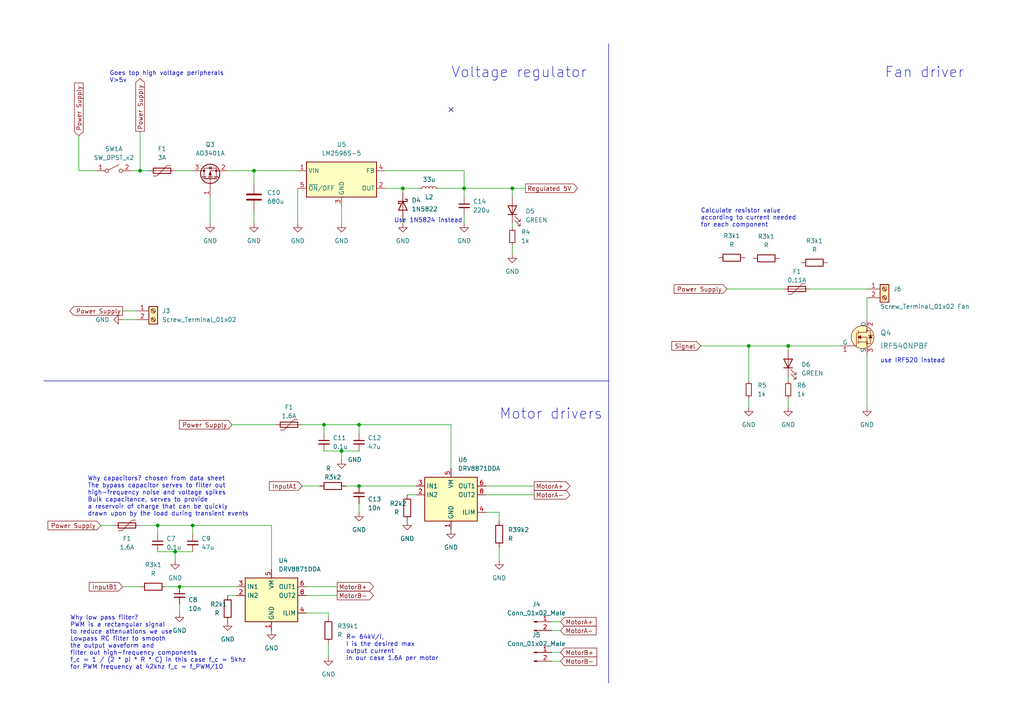
<source format=kicad_sch>
(kicad_sch (version 20230121) (generator eeschema)
  (paper "A4")
  (lib_symbols
    (symbol "Connector:Conn_01x02_Male" (pin_names (offset 1.016) hide)
      (property "Reference" "J" (at 0 2.54 0))
      (property "Value" "Conn_01x02_Male" (at 0 -5.08 0))
      (symbol "Conn_01x02_Male_1_1"
        (polyline (pts (xy 1.27 -2.54) (xy 0.8636 -2.54)) (stroke (width 0.1524)))
        (polyline (pts (xy 1.27 0) (xy 0.8636 0)) (stroke (width 0.1524)))
        (rectangle (start 0.8636 -2.413) (end 0 -2.667) (stroke (width 0.1524)) (fill (type outline)))
        (rectangle (start 0.8636 0.127) (end 0 -0.127) (stroke (width 0.1524)) (fill (type outline)))
        (pin passive line (at 5.08 0 180) (length 3.81) (name "Pin_1") (number "1"))
        (pin passive line (at 5.08 -2.54 180) (length 3.81) (name "Pin_2") (number "2"))
      )
    )
    (symbol "Connector:Screw_Terminal_01x02" (pin_names (offset 1.016) hide)
      (property "Reference" "J" (at 0 2.54 0))
      (property "Value" "Screw_Terminal_01x02" (at 0 -5.08 0))
      (symbol "Screw_Terminal_01x02_1_1"
        (rectangle (start -1.27 1.27) (end 1.27 -3.81) (stroke (width 0.254)) (fill (type background)))
        (circle (center 0 -2.54) (radius 0.635) (stroke (width 0.1524)))
        (polyline (pts (xy -0.5334 -2.2098) (xy 0.3302 -3.048)) (stroke (width 0.1524)))
        (polyline (pts (xy -0.5334 0.3302) (xy 0.3302 -0.508)) (stroke (width 0.1524)))
        (polyline (pts (xy -0.3556 -2.032) (xy 0.508 -2.8702)) (stroke (width 0.1524)))
        (polyline (pts (xy -0.3556 0.508) (xy 0.508 -0.3302)) (stroke (width 0.1524)))
        (circle (center 0 0) (radius 0.635) (stroke (width 0.1524)))
        (pin passive line (at -5.08 0 0) (length 3.81) (name "Pin_1") (number "1"))
        (pin passive line (at -5.08 -2.54 0) (length 3.81) (name "Pin_2") (number "2"))
      )
    )
    (symbol "Device:C" (pin_numbers hide) (pin_names (offset 0.254))
      (property "Reference" "C" (at 0.635 2.54 0))
      (property "Value" "C" (at 0.635 -2.54 0))
      (symbol "C_0_1"
        (polyline (pts (xy -2.032 -0.762) (xy 2.032 -0.762)) (stroke (width 0.508)))
        (polyline (pts (xy -2.032 0.762) (xy 2.032 0.762)) (stroke (width 0.508)))
      )
      (symbol "C_1_1"
        (pin passive line (at 0 3.81 270) (length 2.794) (name "~") (number "1"))
        (pin passive line (at 0 -3.81 90) (length 2.794) (name "~") (number "2"))
      )
    )
    (symbol "Device:C_Small" (pin_numbers hide) (pin_names (offset 0.254) hide)
      (property "Reference" "C" (at 0.254 1.778 0))
      (property "Value" "C_Small" (at 0.254 -2.032 0))
      (symbol "C_Small_0_1"
        (polyline (pts (xy -1.524 -0.508) (xy 1.524 -0.508)) (stroke (width 0.3302)))
        (polyline (pts (xy -1.524 0.508) (xy 1.524 0.508)) (stroke (width 0.3048)))
      )
      (symbol "C_Small_1_1"
        (pin passive line (at 0 2.54 270) (length 2.032) (name "~") (number "1"))
        (pin passive line (at 0 -2.54 90) (length 2.032) (name "~") (number "2"))
      )
    )
    (symbol "Device:LED" (pin_numbers hide) (pin_names (offset 1.016) hide)
      (property "Reference" "D" (at 0 2.54 0))
      (property "Value" "LED" (at 0 -2.54 0))
      (symbol "LED_0_1"
        (polyline (pts (xy -1.27 -1.27) (xy -1.27 1.27)) (stroke (width 0.254)))
        (polyline (pts (xy -1.27 0) (xy 1.27 0)))
        (polyline (pts (xy 1.27 -1.27) (xy 1.27 1.27) (xy -1.27 0) (xy 1.27 -1.27)) (stroke (width 0.254)))
        (polyline (pts (xy -3.048 -0.762) (xy -4.572 -2.286) (xy -3.81 -2.286) (xy -4.572 -2.286) (xy -4.572 -1.524)))
        (polyline (pts (xy -1.778 -0.762) (xy -3.302 -2.286) (xy -2.54 -2.286) (xy -3.302 -2.286) (xy -3.302 -1.524)))
      )
      (symbol "LED_1_1"
        (pin passive line (at -3.81 0 0) (length 2.54) (name "K") (number "1"))
        (pin passive line (at 3.81 0 180) (length 2.54) (name "A") (number "2"))
      )
    )
    (symbol "Device:L_Small" (pin_numbers hide) (pin_names (offset 0.254) hide)
      (property "Reference" "L" (at 0.762 1.016 0))
      (property "Value" "L_Small" (at 0.762 -1.016 0))
      (symbol "L_Small_0_1"
        (arc (start 0 -2.032) (mid 0.5058 -1.524) (end 0 -1.016))
        (arc (start 0 -1.016) (mid 0.5058 -0.508) (end 0 0))
        (arc (start 0 0) (mid 0.5058 0.508) (end 0 1.016))
        (arc (start 0 1.016) (mid 0.5058 1.524) (end 0 2.032))
      )
      (symbol "L_Small_1_1"
        (pin passive line (at 0 2.54 270) (length 0.508) (name "~") (number "1"))
        (pin passive line (at 0 -2.54 90) (length 0.508) (name "~") (number "2"))
      )
    )
    (symbol "Device:Polyfuse" (pin_numbers hide) (pin_names (offset 0))
      (property "Reference" "F" (at -2.54 0 90))
      (property "Value" "Polyfuse" (at 2.54 0 90))
      (symbol "Polyfuse_0_1"
        (rectangle (start -0.762 2.54) (end 0.762 -2.54) (stroke (width 0.254)))
        (polyline (pts (xy 0 2.54) (xy 0 -2.54)))
        (polyline (pts (xy -1.524 2.54) (xy -1.524 1.524) (xy 1.524 -1.524) (xy 1.524 -2.54)))
      )
      (symbol "Polyfuse_1_1"
        (pin passive line (at 0 3.81 270) (length 1.27) (name "~") (number "1"))
        (pin passive line (at 0 -3.81 90) (length 1.27) (name "~") (number "2"))
      )
    )
    (symbol "Device:R" (pin_numbers hide) (pin_names (offset 0))
      (property "Reference" "R" (at 2.032 0 90))
      (property "Value" "R" (at 0 0 90))
      (symbol "R_0_1"
        (rectangle (start -1.016 -2.54) (end 1.016 2.54) (stroke (width 0.254)))
      )
      (symbol "R_1_1"
        (pin passive line (at 0 3.81 270) (length 1.27) (name "~") (number "1"))
        (pin passive line (at 0 -3.81 90) (length 1.27) (name "~") (number "2"))
      )
    )
    (symbol "Device:R_Small" (pin_numbers hide) (pin_names (offset 0.254) hide)
      (property "Reference" "R" (at 0.762 0.508 0))
      (property "Value" "R_Small" (at 0.762 -1.016 0))
      (symbol "R_Small_0_1"
        (rectangle (start -0.762 1.778) (end 0.762 -1.778) (stroke (width 0.2032)))
      )
      (symbol "R_Small_1_1"
        (pin passive line (at 0 2.54 270) (length 0.762) (name "~") (number "1"))
        (pin passive line (at 0 -2.54 90) (length 0.762) (name "~") (number "2"))
      )
    )
    (symbol "Diode:1N5822" (pin_numbers hide) (pin_names (offset 1.016) hide)
      (property "Reference" "D" (at 0 2.54 0))
      (property "Value" "1N5822" (at 0 -2.54 0))
      (symbol "1N5822_0_1"
        (polyline (pts (xy 1.27 0) (xy -1.27 0)))
        (polyline (pts (xy 1.27 1.27) (xy 1.27 -1.27) (xy -1.27 0) (xy 1.27 1.27)) (stroke (width 0.254)))
        (polyline (pts (xy -1.905 0.635) (xy -1.905 1.27) (xy -1.27 1.27) (xy -1.27 -1.27) (xy -0.635 -1.27) (xy -0.635 -0.635)) (stroke (width 0.254)))
      )
      (symbol "1N5822_1_1"
        (pin passive line (at -3.81 0 0) (length 2.54) (name "K") (number "1"))
        (pin passive line (at 3.81 0 180) (length 2.54) (name "A") (number "2"))
      )
    )
    (symbol "Driver_Motor:DRV8871DDA"
      (property "Reference" "U" (at -6.35 6.35 0))
      (property "Value" "DRV8871DDA" (at 8.89 6.35 0))
      (symbol "DRV8871DDA_0_1"
        (rectangle (start -7.62 5.08) (end 7.62 -7.62) (stroke (width 0.254)) (fill (type background)))
      )
      (symbol "DRV8871DDA_1_1"
        (pin power_in line (at 0 -10.16 90) (length 2.54) (name "GND") (number "1"))
        (pin input line (at -10.16 0 0) (length 2.54) (name "IN2") (number "2"))
        (pin input line (at -10.16 2.54 0) (length 2.54) (name "IN1") (number "3"))
        (pin passive line (at 10.16 -5.08 180) (length 2.54) (name "ILIM") (number "4"))
        (pin power_in line (at 0 7.62 270) (length 2.54) (name "VM") (number "5"))
        (pin output line (at 10.16 2.54 180) (length 2.54) (name "OUT1") (number "6"))
        (pin passive line (at 0 -10.16 90) (length 2.54) hide (name "GND") (number "7"))
        (pin output line (at 10.16 0 180) (length 2.54) (name "OUT2") (number "8"))
        (pin passive line (at 0 -10.16 90) (length 2.54) hide (name "GND") (number "9"))
      )
    )
    (symbol "Regulator_Switching:LM2596S-5"
      (property "Reference" "U" (at -10.16 6.35 0))
      (property "Value" "LM2596S-5" (at 0 6.35 0))
      (symbol "LM2596S-5_0_1"
        (rectangle (start -10.16 5.08) (end 10.16 -5.08) (stroke (width 0.254)) (fill (type background)))
      )
      (symbol "LM2596S-5_1_1"
        (pin power_in line (at -12.7 2.54 0) (length 2.54) (name "VIN") (number "1"))
        (pin output line (at 12.7 -2.54 180) (length 2.54) (name "OUT") (number "2"))
        (pin power_in line (at 0 -7.62 90) (length 2.54) (name "GND") (number "3"))
        (pin input line (at 12.7 2.54 180) (length 2.54) (name "FB") (number "4"))
        (pin input line (at -12.7 -2.54 0) (length 2.54) (name "~{ON}/OFF") (number "5"))
      )
    )
    (symbol "Switch:SW_DPST_x2" (pin_names (offset 0) hide)
      (property "Reference" "SW" (at 0 3.175 0))
      (property "Value" "SW_DPST_x2" (at 0 -2.54 0))
      (symbol "SW_DPST_x2_0_0"
        (circle (center -2.032 0) (radius 0.508))
        (polyline (pts (xy -1.524 0.254) (xy 1.524 1.778)))
        (circle (center 2.032 0) (radius 0.508))
      )
      (symbol "SW_DPST_x2_1_1"
        (pin passive line (at -5.08 0 0) (length 2.54) (name "A") (number "1"))
        (pin passive line (at 5.08 0 180) (length 2.54) (name "B") (number "2"))
      )
      (symbol "SW_DPST_x2_2_1"
        (pin passive line (at -5.08 0 0) (length 2.54) (name "A") (number "3"))
        (pin passive line (at 5.08 0 180) (length 2.54) (name "B") (number "4"))
      )
    )
    (symbol "Transistor_FET:AO3401A" (pin_names hide)
      (property "Reference" "Q" (at 5.08 1.905 0))
      (property "Value" "AO3401A" (at 5.08 0 0))
      (symbol "AO3401A_0_1"
        (polyline (pts (xy 0.254 0) (xy -2.54 0)))
        (polyline (pts (xy 0.254 1.905) (xy 0.254 -1.905)) (stroke (width 0.254)))
        (polyline (pts (xy 0.762 -1.27) (xy 0.762 -2.286)) (stroke (width 0.254)))
        (polyline (pts (xy 0.762 0.508) (xy 0.762 -0.508)) (stroke (width 0.254)))
        (polyline (pts (xy 0.762 2.286) (xy 0.762 1.27)) (stroke (width 0.254)))
        (polyline (pts (xy 2.54 2.54) (xy 2.54 1.778)))
        (polyline (pts (xy 2.54 -2.54) (xy 2.54 0) (xy 0.762 0)))
        (polyline (pts (xy 0.762 1.778) (xy 3.302 1.778) (xy 3.302 -1.778) (xy 0.762 -1.778)))
        (polyline (pts (xy 2.286 0) (xy 1.27 0.381) (xy 1.27 -0.381) (xy 2.286 0)) (fill (type outline)))
        (polyline (pts (xy 2.794 -0.508) (xy 2.921 -0.381) (xy 3.683 -0.381) (xy 3.81 -0.254)))
        (polyline (pts (xy 3.302 -0.381) (xy 2.921 0.254) (xy 3.683 0.254) (xy 3.302 -0.381)))
        (circle (center 1.651 0) (radius 2.794) (stroke (width 0.254)))
        (circle (center 2.54 -1.778) (radius 0.254) (fill (type outline)))
        (circle (center 2.54 1.778) (radius 0.254) (fill (type outline)))
      )
      (symbol "AO3401A_1_1"
        (pin input line (at -5.08 0 0) (length 2.54) (name "G") (number "1"))
        (pin passive line (at 2.54 -5.08 90) (length 2.54) (name "S") (number "2"))
        (pin passive line (at 2.54 5.08 270) (length 2.54) (name "D") (number "3"))
      )
    )
    (symbol "dk_Transistors-FETs-MOSFETs-Single:IRF540NPBF" (pin_names (offset 0))
      (property "Reference" "Q" (at -2.6924 3.6322 0))
      (property "Value" "IRF540NPBF" (at 3.4544 0 90))
      (symbol "IRF540NPBF_0_1"
        (circle (center -1.27 0) (radius 3.302) (fill (type background)))
        (circle (center 0 -1.905) (radius 0.127))
        (circle (center 0 -1.397) (radius 0.127))
        (polyline (pts (xy 0 -1.397) (xy -2.54 -1.397)))
        (polyline (pts (xy 0.508 0.508) (xy 0.3556 0.3556)))
        (polyline (pts (xy 1.524 0.508) (xy 1.7272 0.6604)))
        (polyline (pts (xy -5.08 -2.54) (xy -3.048 -2.54) (xy -3.048 1.397)))
        (polyline (pts (xy 0 -2.54) (xy 0 0) (xy -2.54 0)))
        (polyline (pts (xy 0 2.54) (xy 0 1.397) (xy -2.54 1.397)))
        (polyline (pts (xy -0.127 -1.905) (xy 1.016 -1.905) (xy 1.016 1.397) (xy 1.016 1.905) (xy -0.127 1.905)))
        (circle (center 0 1.905) (radius 0.127))
      )
      (symbol "IRF540NPBF_1_1"
        (polyline (pts (xy -2.54 -1.397) (xy -2.54 -1.905)))
        (polyline (pts (xy -2.54 -1.397) (xy -2.54 -0.889)))
        (polyline (pts (xy -2.54 0) (xy -2.54 -0.508)))
        (polyline (pts (xy -2.54 0) (xy -2.54 0.508)))
        (polyline (pts (xy -2.54 1.905) (xy -2.54 0.889)))
        (polyline (pts (xy 1.524 0.508) (xy 0.508 0.508)))
        (polyline (pts (xy -2.54 0) (xy -1.778 0.508) (xy -1.778 -0.508) (xy -2.54 0)) (fill (type outline)))
        (polyline (pts (xy 1.016 0.508) (xy 0.508 -0.254) (xy 1.524 -0.254) (xy 1.016 0.508)) (fill (type outline)))
        (pin bidirectional line (at -7.62 -2.54 0) (length 2.54) (name "G") (number "1"))
        (pin bidirectional line (at 0 5.08 270) (length 2.54) (name "D") (number "2"))
        (pin bidirectional line (at 0 -5.08 90) (length 2.54) (name "S") (number "3"))
      )
    )
    (symbol "power:GND" (power) (pin_names (offset 0))
      (property "Value" "GND" (at 0 -3.81 0))
      (symbol "GND_0_1"
        (polyline (pts (xy 0 0) (xy 0 -1.27) (xy 1.27 -1.27) (xy 0 -2.54) (xy -1.27 -1.27) (xy 0 -1.27)))
      )
      (symbol "GND_1_1"
        (pin power_in line (at 0 0 270) (length 0) hide (name "GND") (number "1"))
      )
    )
  )
  (junction (at 116.84 54.61))
  (junction (at 40.64 49.53))
  (junction (at 148.59 54.61))
  (junction (at 55.88 152.4))
  (junction (at 228.6 100.33))
  (junction (at 93.98 123.19))
  (junction (at 73.66 49.53))
  (junction (at 45.72 152.4))
  (junction (at 104.14 140.97))
  (junction (at 217.17 100.33))
  (junction (at 50.8 160.02))
  (junction (at 134.62 54.61))
  (junction (at 52.07 170.18))
  (junction (at 104.14 123.19))
  (junction (at 99.06 130.81))
  (no_connect (at 130.81 31.75))
  (wire (pts (xy 148.59 64.77) (xy 148.59 66.04)))
  (wire (pts (xy 22.86 49.53) (xy 22.86 39.37)))
  (wire (pts (xy 104.14 146.05) (xy 104.14 148.59)))
  (wire (pts (xy 228.6 115.57) (xy 228.6 118.11)))
  (wire (pts (xy 35.56 90.17) (xy 39.37 90.17)))
  (wire (pts (xy 104.14 123.19) (xy 93.98 123.19)))
  (wire (pts (xy 144.78 148.59) (xy 144.78 151.13)))
  (wire (pts (xy 148.59 71.12) (xy 148.59 73.66)))
  (wire (pts (xy 234.95 83.82) (xy 251.46 83.82)))
  (wire (pts (xy 35.56 170.18) (xy 40.64 170.18)))
  (wire (pts (xy 73.66 60.96) (xy 73.66 64.77)))
  (wire (pts (xy 228.6 100.33) (xy 217.17 100.33)))
  (wire (pts (xy 50.8 49.53) (xy 55.88 49.53)))
  (wire (pts (xy 99.06 130.81) (xy 99.06 133.35)))
  (wire (pts (xy 243.84 100.33) (xy 228.6 100.33)))
  (wire (pts (xy 93.98 123.19) (xy 93.98 125.73)))
  (wire (pts (xy 48.26 170.18) (xy 52.07 170.18)))
  (wire (pts (xy 251.46 102.87) (xy 251.46 118.11)))
  (wire (pts (xy 67.31 123.19) (xy 80.01 123.19)))
  (wire (pts (xy 50.8 160.02) (xy 50.8 162.56)))
  (wire (pts (xy 45.72 152.4) (xy 45.72 154.94)))
  (wire (pts (xy 251.46 86.36) (xy 251.46 92.71)))
  (wire (pts (xy 40.64 49.53) (xy 43.18 49.53)))
  (wire (pts (xy 140.97 148.59) (xy 144.78 148.59)))
  (wire (pts (xy 88.9 172.72) (xy 97.79 172.72)))
  (wire (pts (xy 73.66 49.53) (xy 86.36 49.53)))
  (wire (pts (xy 35.56 92.71) (xy 39.37 92.71)))
  (wire (pts (xy 148.59 54.61) (xy 148.59 57.15)))
  (wire (pts (xy 78.74 152.4) (xy 78.74 165.1)))
  (wire (pts (xy 95.25 186.69) (xy 95.25 190.5)))
  (wire (pts (xy 66.04 172.72) (xy 68.58 172.72)))
  (wire (pts (xy 99.06 59.69) (xy 99.06 64.77)))
  (wire (pts (xy 66.04 49.53) (xy 73.66 49.53)))
  (polyline (pts (xy 12.7 110.49) (xy 176.53 110.49)))
  (wire (pts (xy 130.81 123.19) (xy 130.81 135.89)))
  (wire (pts (xy 116.84 54.61) (xy 116.84 55.88)))
  (wire (pts (xy 40.64 152.4) (xy 45.72 152.4)))
  (wire (pts (xy 52.07 170.18) (xy 68.58 170.18)))
  (wire (pts (xy 29.21 152.4) (xy 33.02 152.4)))
  (wire (pts (xy 203.2 100.33) (xy 217.17 100.33)))
  (wire (pts (xy 140.97 143.51) (xy 154.94 143.51)))
  (wire (pts (xy 60.96 57.15) (xy 60.96 64.77)))
  (wire (pts (xy 134.62 57.15) (xy 134.62 54.61)))
  (wire (pts (xy 55.88 152.4) (xy 78.74 152.4)))
  (wire (pts (xy 52.07 175.26) (xy 52.07 177.8)))
  (wire (pts (xy 127 54.61) (xy 134.62 54.61)))
  (wire (pts (xy 144.78 158.75) (xy 144.78 162.56)))
  (wire (pts (xy 95.25 177.8) (xy 95.25 179.07)))
  (wire (pts (xy 134.62 54.61) (xy 148.59 54.61)))
  (wire (pts (xy 50.8 160.02) (xy 55.88 160.02)))
  (wire (pts (xy 104.14 123.19) (xy 130.81 123.19)))
  (wire (pts (xy 88.9 177.8) (xy 95.25 177.8)))
  (wire (pts (xy 228.6 109.22) (xy 228.6 110.49)))
  (wire (pts (xy 104.14 125.73) (xy 104.14 123.19)))
  (wire (pts (xy 134.62 49.53) (xy 134.62 54.61)))
  (wire (pts (xy 93.98 130.81) (xy 99.06 130.81)))
  (wire (pts (xy 111.76 49.53) (xy 134.62 49.53)))
  (wire (pts (xy 100.33 140.97) (xy 104.14 140.97)))
  (wire (pts (xy 160.02 189.23) (xy 162.56 189.23)))
  (wire (pts (xy 87.63 140.97) (xy 92.71 140.97)))
  (wire (pts (xy 160.02 191.77) (xy 162.56 191.77)))
  (wire (pts (xy 116.84 63.5) (xy 116.84 64.77)))
  (wire (pts (xy 55.88 154.94) (xy 55.88 152.4)))
  (wire (pts (xy 86.36 54.61) (xy 86.36 64.77)))
  (wire (pts (xy 99.06 130.81) (xy 104.14 130.81)))
  (wire (pts (xy 116.84 54.61) (xy 111.76 54.61)))
  (wire (pts (xy 22.86 49.53) (xy 27.94 49.53)))
  (wire (pts (xy 118.11 143.51) (xy 120.65 143.51)))
  (wire (pts (xy 88.9 170.18) (xy 97.79 170.18)))
  (wire (pts (xy 217.17 115.57) (xy 217.17 118.11)))
  (wire (pts (xy 148.59 54.61) (xy 152.4 54.61)))
  (wire (pts (xy 45.72 160.02) (xy 50.8 160.02)))
  (wire (pts (xy 40.64 38.1) (xy 40.64 49.53)))
  (wire (pts (xy 73.66 49.53) (xy 73.66 53.34)))
  (wire (pts (xy 104.14 140.97) (xy 120.65 140.97)))
  (wire (pts (xy 140.97 140.97) (xy 154.94 140.97)))
  (wire (pts (xy 228.6 100.33) (xy 228.6 101.6)))
  (wire (pts (xy 217.17 100.33) (xy 217.17 110.49)))
  (wire (pts (xy 160.02 180.34) (xy 162.56 180.34)))
  (wire (pts (xy 38.1 49.53) (xy 40.64 49.53)))
  (wire (pts (xy 116.84 54.61) (xy 121.92 54.61)))
  (polyline (pts (xy 176.53 198.12) (xy 176.53 110.49)))
  (polyline (pts (xy 176.53 12.7) (xy 176.53 110.49)))
  (wire (pts (xy 87.63 123.19) (xy 93.98 123.19)))
  (wire (pts (xy 160.02 182.88) (xy 162.56 182.88)))
  (wire (pts (xy 210.82 83.82) (xy 227.33 83.82)))
  (wire (pts (xy 134.62 62.23) (xy 134.62 64.77)))
  (wire (pts (xy 55.88 152.4) (xy 45.72 152.4)))
  (text "use IRF520 instead" (at 255.27 105.41 0) (effects (font (size 1.27 1.27)) (justify left bottom)))
  (text "Fan driver" (at 256.54 22.86 0) (effects (font (size 3 3)) (justify left bottom)))
  (text "Calculate resistor value \naccording to current needed \nfor each component" (at 203.2 66.04 0) (effects (font (size 1.27 1.27)) (justify left bottom)))
  (text "Why low pass filter?\nPWM is a rectangular signal \nto reduce attenuations we use \nLowpass RC filter to smooth \nthe output waveform and \nfilter out high-frequency components\nf_c = 1 / (2 * pi * R * C) in this case f_c = 5khz\nfor PWM frequency at 42khz f_c = f_PWM/10" (at 20.32 194.31 0) (effects (font (size 1.27 1.27)) (justify left bottom)))
  (text "Voltage regulator" (at 130.81 22.86 0) (effects (font (size 3 3)) (justify left bottom)))
  (text "Goes top high voltage peripherals\nV>5v" (at 31.75 24.13 0) (effects (font (size 1.27 1.27)) (justify left bottom)))
  (text "Use 1N5824 instead" (at 114.3 64.77 0) (effects (font (size 1.27 1.27)) (justify left bottom)))
  (text "Why capacitors? chosen from data sheet\nThe bypass capacitor serves to filter out \nhigh-frequency noise and voltage spikes\nBulk capacitance, serves to provide \na reservoir of charge that can be quickly \ndrawn upon by the load during transient events" (at 25.4 149.86 0) (effects (font (size 1.27 1.27)) (justify left bottom)))
  (text "Motor drivers" (at 144.78 121.92 0) (effects (font (size 3 3)) (justify left bottom)))
  (text "R= 64kV/I, \nI is the desired max \noutput current \nin our case 1.6A per motor" (at 100.33 191.77 0) (effects (font (size 1.27 1.27)) (justify left bottom)))
  (global_label "Power Supply" (shape input) (at 67.31 123.19 180) (property "Intersheetrefs" "${INTERSHEET_REFS}" (effects hide)))
  (global_label "Signal" (shape input) (at 203.2 100.33 180) (property "Intersheetrefs" "${INTERSHEET_REFS}" (effects hide)))
  (global_label "Power Supply" (shape input) (at 22.86 39.37 90) (property "Intersheetrefs" "${INTERSHEET_REFS}" (effects hide)))
  (global_label "MotorB+" (shape input) (at 162.56 189.23 0) (property "Intersheetrefs" "${INTERSHEET_REFS}" (effects hide)))
  (global_label "Regulated 5V" (shape output) (at 152.4 54.61 0) (property "Intersheetrefs" "${INTERSHEET_REFS}" (effects hide)))
  (global_label "Power Supply" (shape input) (at 29.21 152.4 180) (property "Intersheetrefs" "${INTERSHEET_REFS}" (effects hide)))
  (global_label "MotorA+" (shape output) (at 154.94 140.97 0) (property "Intersheetrefs" "${INTERSHEET_REFS}" (effects hide)))
  (global_label "MotorA-" (shape output) (at 154.94 143.51 0) (property "Intersheetrefs" "${INTERSHEET_REFS}" (effects hide)))
  (global_label "Power Supply" (shape output) (at 35.56 90.17 180) (property "Intersheetrefs" "${INTERSHEET_REFS}" (effects hide)))
  (global_label "MotorA+" (shape input) (at 162.56 180.34 0) (property "Intersheetrefs" "${INTERSHEET_REFS}" (effects hide)))
  (global_label "MotorB-" (shape output) (at 97.79 172.72 0) (property "Intersheetrefs" "${INTERSHEET_REFS}" (effects hide)))
  (global_label "MotorA-" (shape input) (at 162.56 182.88 0) (property "Intersheetrefs" "${INTERSHEET_REFS}" (effects hide)))
  (global_label "InputA1" (shape input) (at 87.63 140.97 180) (property "Intersheetrefs" "${INTERSHEET_REFS}" (effects hide)))
  (global_label "MotorB-" (shape input) (at 162.56 191.77 0) (property "Intersheetrefs" "${INTERSHEET_REFS}" (effects hide)))
  (global_label "InputB1" (shape input) (at 35.56 170.18 180) (property "Intersheetrefs" "${INTERSHEET_REFS}" (effects hide)))
  (global_label "MotorB+" (shape output) (at 97.79 170.18 0) (property "Intersheetrefs" "${INTERSHEET_REFS}" (effects hide)))
  (global_label "Power Supply" (shape input) (at 210.82 83.82 180) (property "Intersheetrefs" "${INTERSHEET_REFS}" (effects hide)))
  (global_label "Power Supply" (shape output) (at 40.64 38.1 90) (property "Intersheetrefs" "${INTERSHEET_REFS}" (effects hide)))
  (symbol (lib_id "Connector:Conn_01x02_Male") (at 154.94 189.23 0) (unit 1)
    (property "Reference" "J5" (at 155.575 184.15 0))
    (property "Value" "Conn_01x02_Male" (at 155.575 186.69 0))
  )
  (symbol (lib_id "Driver_Motor:DRV8871DDA") (at 130.81 143.51 0) (unit 1)
    (property "Reference" "U6" (at 132.8294 133.35 0) (effects (justify left)))
    (property "Value" "DRV8871DDA" (at 132.8294 135.89 0) (effects (justify left)))
    (property "Footprint" "Package_SO:Texas_HTSOP-8-1EP_3.9x4.9mm_P1.27mm_EP2.95x4.9mm_Mask2.4x3.1mm_ThermalVias" (effects hide))
    (property "Datasheet" "http://www.ti.com/lit/ds/symlink/drv8871.pdf" (effects hide))
  )
  (symbol (lib_id "power:GND") (at 35.56 92.71 270) (unit 1)
    (property "Reference" "#PWR04" (effects hide))
    (property "Value" "GND" (at 31.75 92.7099 90) (effects (justify right)))
  )
  (symbol (lib_id "Device:C") (at 73.66 57.15 0) (unit 1)
    (property "Reference" "C10" (at 77.47 55.8799 0) (effects (justify left)))
    (property "Value" "680u" (at 77.47 58.4199 0) (effects (justify left)))
    (instances (project "ESP" (path "" (reference "C10") (unit 1)) (path "" (reference "C7") (unit 1))))
  )
  (symbol (lib_id "Device:L_Small") (at 124.46 54.61 90) (unit 1)
    (property "Reference" "L2" (at 124.46 57.15 90))
    (property "Value" "33u" (at 124.46 52.07 90))
    (instances (project "ESP" (path "" (reference "L2") (unit 1)) (path "" (reference "L1") (unit 1))))
  )
  (symbol (lib_id "Device:R_Small") (at 148.59 68.58 0) (unit 1)
    (property "Reference" "R4" (at 151.13 67.3099 0) (effects (justify left)))
    (property "Value" "1k" (at 151.13 69.8499 0) (effects (justify left)))
  )
  (symbol (lib_id "power:GND") (at 228.6 118.11 0) (unit 1)
    (property "Reference" "#PWR024" (effects hide))
    (property "Value" "GND" (at 228.6 123.19 0))
  )
  (symbol (lib_id "power:GND") (at 99.06 64.77 0) (unit 1)
    (property "Reference" "#PWR014" (effects hide))
    (property "Value" "GND" (at 99.06 69.85 0))
  )
  (symbol (lib_id "Device:LED") (at 148.59 60.96 90) (unit 1)
    (property "Reference" "D5" (at 152.4 61.2774 90) (effects (justify right)))
    (property "Value" "GREEN" (at 152.4 63.8174 90) (effects (justify right)))
    (instances (project "ESP" (path "" (reference "D5") (unit 1)) (path "" (reference "D2") (unit 1))))
  )
  (symbol (lib_id "Diode:1N5822") (at 116.84 59.69 270) (unit 1)
    (property "Reference" "D4" (at 119.38 58.1024 90) (effects (justify left)))
    (property "Value" "1N5822" (at 119.38 60.6424 90) (effects (justify left)))
    (property "Footprint" "Diode_THT:D_DO-201AD_P15.24mm_Horizontal" (effects hide))
    (property "Datasheet" "http://www.vishay.com/docs/88526/1n5820.pdf" (effects hide))
    (instances (project "ESP" (path "" (reference "D4") (unit 1)) (path "" (reference "D1") (unit 1))))
  )
  (symbol (lib_id "power:GND") (at 118.11 151.13 0) (unit 1)
    (property "Reference" "#PWR018" (effects hide))
    (property "Value" "GND" (at 118.11 156.21 0))
  )
  (symbol (lib_id "Device:R") (at 236.22 76.2 90) (unit 1)
    (property "Reference" "R3k1" (at 236.22 69.85 90))
    (property "Value" "R" (at 236.22 72.39 90))
    (instances (project "ESP" (path "" (reference "R3k1") (unit 1)) (path "" (reference "R3k3") (unit 1))))
  )
  (symbol (lib_id "power:GND") (at 116.84 64.77 0) (unit 1)
    (property "Reference" "#PWR017" (effects hide))
    (property "Value" "GND" (at 116.84 69.85 0))
  )
  (symbol (lib_id "Device:C_Small") (at 45.72 157.48 0) (unit 1)
    (property "Reference" "C7" (at 48.26 156.2162 0) (effects (justify left)))
    (property "Value" "0.1u" (at 48.26 158.7562 0) (effects (justify left)))
    (instances (project "ESP" (path "" (reference "C7") (unit 1)) (path "" (reference "C4") (unit 1))))
  )
  (symbol (lib_id "Connector:Screw_Terminal_01x02") (at 256.54 83.82 0) (unit 1)
    (property "Reference" "J6" (at 259.08 83.8199 0) (effects (justify left)))
    (property "Value" "Screw_Terminal_01x02 Fan" (at 255.27 88.9 0) (effects (justify left)))
    (property "Footprint" "TerminalBlock_Phoenix:TerminalBlock_Phoenix_PT-1,5-2-5.0-H_1x02_P5.00mm_Horizontal" (effects hide))
  )
  (symbol (lib_id "power:GND") (at 99.06 133.35 0) (unit 1)
    (property "Reference" "#PWR015" (effects hide))
    (property "Value" "GND" (at 102.87 133.35 0))
  )
  (symbol (lib_id "Device:LED") (at 228.6 105.41 90) (unit 1)
    (property "Reference" "D6" (at 232.41 105.7274 90) (effects (justify right)))
    (property "Value" "GREEN" (at 232.41 108.2674 90) (effects (justify right)))
    (instances (project "ESP" (path "" (reference "D6") (unit 1)) (path "" (reference "D3") (unit 1))))
  )
  (symbol (lib_id "power:GND") (at 73.66 64.77 0) (unit 1)
    (property "Reference" "#PWR010" (effects hide))
    (property "Value" "GND" (at 73.66 69.85 0))
  )
  (symbol (lib_id "power:GND") (at 66.04 180.34 0) (unit 1)
    (property "Reference" "#PWR09" (effects hide))
    (property "Value" "GND" (at 66.04 185.42 0))
  )
  (symbol (lib_id "power:GND") (at 95.25 190.5 0) (unit 1)
    (property "Reference" "#PWR013" (effects hide))
    (property "Value" "GND" (at 95.25 195.58 0))
  )
  (symbol (lib_id "power:GND") (at 217.17 118.11 0) (unit 1)
    (property "Reference" "#PWR023" (effects hide))
    (property "Value" "GND" (at 217.17 123.19 0))
  )
  (symbol (lib_id "Connector:Screw_Terminal_01x02") (at 44.45 90.17 0) (unit 1)
    (property "Reference" "J3" (at 46.99 90.1699 0) (effects (justify left)))
    (property "Value" "Screw_Terminal_01x02" (at 46.99 92.7099 0) (effects (justify left)))
    (property "Footprint" "TerminalBlock_Phoenix:TerminalBlock_Phoenix_PT-1,5-2-5.0-H_1x02_P5.00mm_Horizontal" (effects hide))
  )
  (symbol (lib_id "power:GND") (at 78.74 182.88 0) (unit 1)
    (property "Reference" "#PWR011" (effects hide))
    (property "Value" "GND" (at 78.74 187.96 0))
  )
  (symbol (lib_id "Device:Polyfuse") (at 46.99 49.53 90) (unit 1)
    (property "Reference" "F1" (at 46.99 43.18 90))
    (property "Value" "3A" (at 46.99 45.72 90))
  )
  (symbol (lib_id "dk_Transistors-FETs-MOSFETs-Single:IRF540NPBF") (at 251.46 97.79 0) (unit 1)
    (property "Reference" "Q4" (at 255.27 96.52 0) (effects (font (size 1.524 1.524)) (justify left)))
    (property "Value" "IRF540NPBF" (at 255.27 100.33 0) (effects (font (size 1.524 1.524)) (justify left)))
    (property "Footprint" "digikey-footprints:TO-220-3" (effects hide))
    (property "Datasheet" "https://www.infineon.com/dgdl/irf540npbf.pdf?fileId=5546d462533600a4015355e39f0d19a1" (effects hide))
    (property "Digi-Key_PN" "IRF540NPBF-ND" (effects hide))
    (property "MPN" "IRF540NPBF" (effects hide))
    (property "Category" "Discrete Semiconductor Products" (effects hide))
    (property "Family" "Transistors - FETs, MOSFETs - Single" (effects hide))
    (property "DK_Datasheet_Link" "https://www.infineon.com/dgdl/irf540npbf.pdf?fileId=5546d462533600a4015355e39f0d19a1" (effects hide))
    (property "DK_Detail_Page" "/product-detail/en/infineon-technologies/IRF540NPBF/IRF540NPBF-ND/811869" (effects hide))
    (property "Description" "MOSFET N-CH 100V 33A TO-220AB" (effects hide))
    (property "Manufacturer" "Infineon Technologies" (effects hide))
    (property "Status" "Active" (effects hide))
    (instances (project "ESP" (path "" (reference "Q4") (unit 1)) (path "" (reference "Q16") (unit 1))))
  )
  (symbol (lib_id "Device:C_Small") (at 104.14 143.51 0) (unit 1)
    (property "Reference" "C13" (at 106.68 144.78 0) (effects (justify left)))
    (property "Value" "10n" (at 106.68 147.32 0) (effects (justify left)))
    (instances (project "ESP" (path "" (reference "C13") (unit 1)) (path "" (reference "C10") (unit 1))))
  )
  (symbol (lib_id "Device:C_Small") (at 93.98 128.27 0) (unit 1)
    (property "Reference" "C11" (at 96.52 127.0062 0) (effects (justify left)))
    (property "Value" "0.1u" (at 96.52 129.5462 0) (effects (justify left)))
    (instances (project "ESP" (path "" (reference "C11") (unit 1)) (path "" (reference "C8") (unit 1))))
  )
  (symbol (lib_id "Device:R") (at 96.52 140.97 90) (unit 1)
    (property "Reference" "R3k2" (at 96.52 138.43 90))
    (property "Value" "R" (at 95.25 135.89 90))
  )
  (symbol (lib_id "Device:R") (at 222.25 74.93 90) (unit 1)
    (property "Reference" "R3k1" (at 222.25 68.58 90))
    (property "Value" "R" (at 222.25 71.12 90))
    (instances (project "ESP" (path "" (reference "R3k1") (unit 1)) (path "" (reference "R3k4") (unit 1))))
  )
  (symbol (lib_id "power:GND") (at 86.36 64.77 0) (unit 1)
    (property "Reference" "#PWR012" (effects hide))
    (property "Value" "GND" (at 86.36 69.85 0))
  )
  (symbol (lib_id "Device:C_Small") (at 55.88 157.48 0) (unit 1)
    (property "Reference" "C9" (at 58.42 156.2162 0) (effects (justify left)))
    (property "Value" "47u" (at 58.42 158.7562 0) (effects (justify left)))
    (instances (project "ESP" (path "" (reference "C9") (unit 1)) (path "" (reference "C6") (unit 1))))
  )
  (symbol (lib_id "Driver_Motor:DRV8871DDA") (at 78.74 172.72 0) (unit 1)
    (property "Reference" "U4" (at 80.7594 162.56 0) (effects (justify left)))
    (property "Value" "DRV8871DDA" (at 80.7594 165.1 0) (effects (justify left)))
    (property "Footprint" "Package_SO:Texas_HTSOP-8-1EP_3.9x4.9mm_P1.27mm_EP2.95x4.9mm_Mask2.4x3.1mm_ThermalVias" (effects hide))
    (property "Datasheet" "http://www.ti.com/lit/ds/symlink/drv8871.pdf" (effects hide))
  )
  (symbol (lib_id "Device:R_Small") (at 228.6 113.03 0) (unit 1)
    (property "Reference" "R6" (at 231.14 111.7599 0) (effects (justify left)))
    (property "Value" "1k" (at 231.14 114.2999 0) (effects (justify left)))
    (instances (project "ESP" (path "" (reference "R6") (unit 1)) (path "" (reference "R9") (unit 1))))
  )
  (symbol (lib_id "power:GND") (at 52.07 177.8 0) (unit 1)
    (property "Reference" "#PWR07" (effects hide))
    (property "Value" "GND" (at 52.07 182.88 0))
  )
  (symbol (lib_id "power:GND") (at 130.81 153.67 0) (unit 1)
    (property "Reference" "#PWR019" (effects hide))
    (property "Value" "GND" (at 130.81 158.75 0))
  )
  (symbol (lib_id "power:GND") (at 50.8 162.56 0) (unit 1)
    (property "Reference" "#PWR06" (effects hide))
    (property "Value" "GND" (at 50.8 167.64 0))
  )
  (symbol (lib_id "Device:Polyfuse") (at 231.14 83.82 90) (unit 1)
    (property "Reference" "F1" (at 231.14 78.74 90))
    (property "Value" "0.11A" (at 231.14 81.28 90))
    (instances (project "ESP" (path "" (reference "F1") (unit 1)) (path "" (reference "F4") (unit 1))))
  )
  (symbol (lib_id "Switch:SW_DPST_x2") (at 33.02 49.53 0) (unit 1)
    (property "Reference" "SW1" (at 33.02 43.18 0))
    (property "Value" "SW_DPST_x2" (at 33.02 45.72 0))
  )
  (symbol (lib_id "Device:R") (at 144.78 154.94 0) (unit 1)
    (property "Reference" "R39k2" (at 147.32 153.6699 0) (effects (justify left)))
    (property "Value" "R" (at 147.32 156.2099 0) (effects (justify left)))
  )
  (symbol (lib_id "power:GND") (at 144.78 162.56 0) (unit 1)
    (property "Reference" "#PWR021" (effects hide))
    (property "Value" "GND" (at 144.78 167.64 0))
  )
  (symbol (lib_id "power:GND") (at 251.46 118.11 0) (unit 1)
    (property "Reference" "#PWR025" (effects hide))
    (property "Value" "GND" (at 251.46 123.19 0))
  )
  (symbol (lib_id "Device:R") (at 95.25 182.88 0) (unit 1)
    (property "Reference" "R39k1" (at 97.79 181.6099 0) (effects (justify left)))
    (property "Value" "R" (at 97.79 184.1499 0) (effects (justify left)))
  )
  (symbol (lib_id "Device:R") (at 44.45 170.18 90) (unit 1)
    (property "Reference" "R3k1" (at 44.45 163.83 90))
    (property "Value" "R" (at 44.45 166.37 90))
  )
  (symbol (lib_id "Device:C_Small") (at 134.62 59.69 0) (unit 1)
    (property "Reference" "C14" (at 137.16 58.4262 0) (effects (justify left)))
    (property "Value" "220u" (at 137.16 60.9662 0) (effects (justify left)))
    (instances (project "ESP" (path "" (reference "C14") (unit 1)) (path "" (reference "C11") (unit 1))))
  )
  (symbol (lib_id "Regulator_Switching:LM2596S-5") (at 99.06 52.07 0) (unit 1)
    (property "Reference" "U5" (at 99.06 41.91 0))
    (property "Value" "LM2596S-5" (at 99.06 44.45 0))
    (property "Footprint" "Package_TO_SOT_SMD:TO-263-5_TabPin3" (effects hide))
    (property "Datasheet" "http://www.ti.com/lit/ds/symlink/lm2596.pdf" (effects hide))
  )
  (symbol (lib_id "power:GND") (at 134.62 64.77 0) (unit 1)
    (property "Reference" "#PWR020" (effects hide))
    (property "Value" "GND" (at 134.62 69.85 0))
  )
  (symbol (lib_id "power:GND") (at 148.59 73.66 0) (unit 1)
    (property "Reference" "#PWR022" (effects hide))
    (property "Value" "GND" (at 148.59 78.74 0))
  )
  (symbol (lib_id "Transistor_FET:AO3401A") (at 60.96 52.07 90) (unit 1)
    (property "Reference" "Q3" (at 60.96 41.91 90))
    (property "Value" "AO3401A" (at 60.96 44.45 90))
    (property "Footprint" "Package_TO_SOT_SMD:SOT-23" (effects hide))
    (property "Datasheet" "http://www.aosmd.com/pdfs/datasheet/AO3401A.pdf" (effects hide))
    (instances (project "ESP" (path "" (reference "Q3") (unit 1)) (path "" (reference "Q15") (unit 1))))
  )
  (symbol (lib_id "Device:Polyfuse") (at 36.83 152.4 90) (unit 1)
    (property "Reference" "F1" (at 36.83 156.21 90))
    (property "Value" "1.6A" (at 36.83 158.75 90))
    (instances (project "ESP" (path "" (reference "F1") (unit 1)) (path "" (reference "F2") (unit 1))))
  )
  (symbol (lib_id "power:GND") (at 104.14 148.59 0) (unit 1)
    (property "Reference" "#PWR016" (effects hide))
    (property "Value" "GND" (at 104.14 153.67 0))
  )
  (symbol (lib_id "Device:Polyfuse") (at 83.82 123.19 90) (unit 1)
    (property "Reference" "F1" (at 83.82 118.11 90))
    (property "Value" "1.6A" (at 83.82 120.65 90))
    (instances (project "ESP" (path "" (reference "F1") (unit 1)) (path "" (reference "F3") (unit 1))))
  )
  (symbol (lib_id "power:GND") (at 60.96 64.77 0) (unit 1)
    (property "Reference" "#PWR08" (effects hide))
    (property "Value" "GND" (at 60.96 69.85 0))
  )
  (symbol (lib_id "Device:R_Small") (at 217.17 113.03 0) (unit 1)
    (property "Reference" "R5" (at 219.71 111.7599 0) (effects (justify left)))
    (property "Value" "1k" (at 219.71 114.2999 0) (effects (justify left)))
    (instances (project "ESP" (path "" (reference "R5") (unit 1)) (path "" (reference "R8") (unit 1))))
  )
  (symbol (lib_id "Connector:Conn_01x02_Male") (at 154.94 180.34 0) (unit 1)
    (property "Reference" "J4" (at 155.575 175.26 0))
    (property "Value" "Conn_01x02_Male" (at 155.575 177.8 0))
  )
  (symbol (lib_id "Device:C_Small") (at 104.14 128.27 0) (unit 1)
    (property "Reference" "C12" (at 106.68 127.0062 0) (effects (justify left)))
    (property "Value" "47u" (at 106.68 129.5462 0) (effects (justify left)))
    (instances (project "ESP" (path "" (reference "C12") (unit 1)) (path "" (reference "C9") (unit 1))))
  )
  (symbol (lib_id "Device:R") (at 212.2274 74.756 90) (unit 1)
    (property "Reference" "R3k1" (at 212.2274 68.406 90))
    (property "Value" "R" (at 212.2274 70.946 90))
    (instances (project "ESP" (path "" (reference "R3k1") (unit 1)) (path "" (reference "R3k5") (unit 1))))
  )
  (symbol (lib_id "Device:C_Small") (at 52.07 172.72 0) (unit 1)
    (property "Reference" "C8" (at 54.61 173.99 0) (effects (justify left)))
    (property "Value" "10n" (at 54.61 176.53 0) (effects (justify left)))
    (instances (project "ESP" (path "" (reference "C8") (unit 1)) (path "" (reference "C5") (unit 1))))
  )
  (symbol (lib_id "Device:R") (at 118.11 147.32 0) (unit 1)
    (property "Reference" "R2k2" (at 113.03 146.05 0) (effects (justify left)))
    (property "Value" "R" (at 114.3 148.59 0) (effects (justify left)))
  )
  (symbol (lib_id "Device:R") (at 66.04 176.53 0) (unit 1)
    (property "Reference" "R2k1" (at 60.96 175.26 0) (effects (justify left)))
    (property "Value" "R" (at 62.23 177.8 0) (effects (justify left)))
  )
)
</source>
